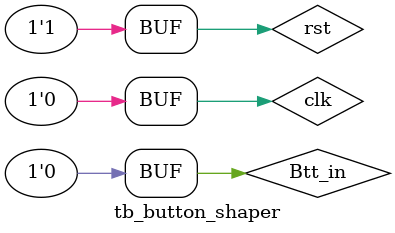
<source format=v>

`timescale 1ns/1ns
module tb_button_shaper();
	reg clk,rst,Btt_in;
	wire Btt_out;
	button_shaper DUT_button_shaper_1(clk,rst,Btt_in,Btt_out);
	initial begin
		clk=0;
		rst=1;
		Btt_in=0;
	end
	always begin
		#10 clk=1;
		#10 clk=0;
	end
	initial begin
		//Begins in Initial State
		#15 Btt_in=1;//Pushes to the Pulse State
		#40 // Pushes to Wait State
		#40 Btt_in=0;//Pushes to Initial State
		#80 Btt_in=1;//Pushes to the Pulse State
		#120 Btt_in=0;
	end
endmodule
</source>
